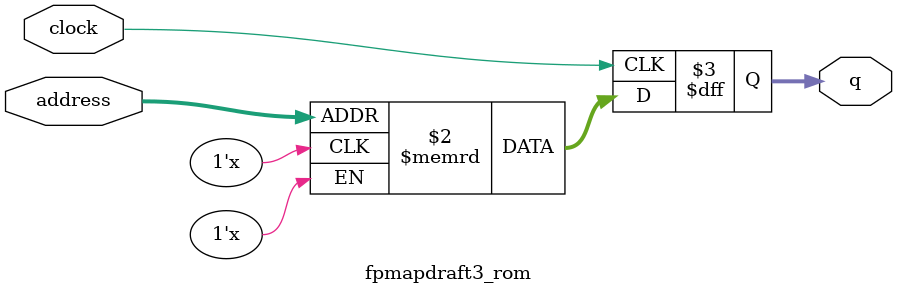
<source format=sv>
module fpmapdraft3_rom (
	input logic clock,
	input logic [17:0] address,
	output logic [3:0] q
);

logic [3:0] memory [0:153599] /* synthesis ram_init_file = "./fpmapdraft3/fpmapdraft3.mif" */;

always_ff @ (posedge clock) begin
	q <= memory[address];
end

endmodule

</source>
